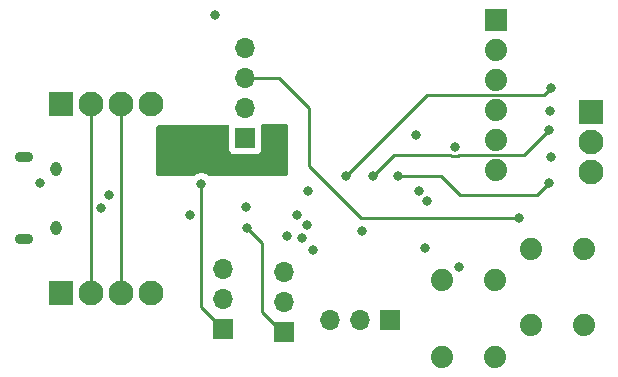
<source format=gbr>
%TF.GenerationSoftware,KiCad,Pcbnew,6.0.11-2627ca5db0~126~ubuntu22.04.1*%
%TF.CreationDate,2023-02-28T15:21:50-05:00*%
%TF.ProjectId,canbus-gpios,63616e62-7573-42d6-9770-696f732e6b69,1.0*%
%TF.SameCoordinates,Original*%
%TF.FileFunction,Copper,L3,Inr*%
%TF.FilePolarity,Positive*%
%FSLAX46Y46*%
G04 Gerber Fmt 4.6, Leading zero omitted, Abs format (unit mm)*
G04 Created by KiCad (PCBNEW 6.0.11-2627ca5db0~126~ubuntu22.04.1) date 2023-02-28 15:21:50*
%MOMM*%
%LPD*%
G01*
G04 APERTURE LIST*
%TA.AperFunction,ComponentPad*%
%ADD10R,2.100000X2.100000*%
%TD*%
%TA.AperFunction,ComponentPad*%
%ADD11C,2.100000*%
%TD*%
%TA.AperFunction,ComponentPad*%
%ADD12R,1.700000X1.700000*%
%TD*%
%TA.AperFunction,ComponentPad*%
%ADD13O,1.700000X1.700000*%
%TD*%
%TA.AperFunction,ComponentPad*%
%ADD14C,1.879600*%
%TD*%
%TA.AperFunction,ComponentPad*%
%ADD15R,1.879600X1.879600*%
%TD*%
%TA.AperFunction,ComponentPad*%
%ADD16O,0.950000X1.250000*%
%TD*%
%TA.AperFunction,ComponentPad*%
%ADD17O,1.550000X0.890000*%
%TD*%
%TA.AperFunction,ViaPad*%
%ADD18C,0.800000*%
%TD*%
%TA.AperFunction,Conductor*%
%ADD19C,0.250000*%
%TD*%
G04 APERTURE END LIST*
D10*
%TO.N,START_RUN*%
%TO.C,J3*%
X104500000Y-78775000D03*
D11*
%TO.N,IGNITION_SENSE*%
X104500000Y-81315000D03*
%TO.N,~{EMERGENCY_STOP}*%
X104500000Y-83855000D03*
%TD*%
D12*
%TO.N,+5V*%
%TO.C,U3*%
X75247300Y-81002600D03*
D13*
%TO.N,GND*%
X75247300Y-78462600D03*
%TO.N,+12V*%
X75247300Y-75922600D03*
%TO.N,unconnected-(U3-Pad4)*%
X75247300Y-73382600D03*
%TD*%
D12*
%TO.N,CAN_RX*%
%TO.C,JP1*%
X73400000Y-97140000D03*
D13*
%TO.N,Net-(JP1-Pad2)*%
X73400000Y-94600000D03*
%TO.N,USB_D-*%
X73400000Y-92060000D03*
%TD*%
D10*
%TO.N,+BATT*%
%TO.C,J5*%
X59625000Y-94100000D03*
D11*
%TO.N,CANH*%
X62165000Y-94100000D03*
%TO.N,CANL*%
X64705000Y-94100000D03*
%TO.N,GND*%
X67245000Y-94100000D03*
%TD*%
D12*
%TO.N,SWDIO*%
%TO.C,J6*%
X87490000Y-96350000D03*
D13*
%TO.N,GND*%
X84950000Y-96350000D03*
%TO.N,SWDCLK*%
X82410000Y-96350000D03*
%TD*%
D14*
%TO.N,+3V3*%
%TO.C,S1*%
X96435600Y-92998800D03*
%TO.N,unconnected-(S1-Pad2)*%
X96435600Y-99501200D03*
%TO.N,Net-(R1-Pad1)*%
X91914400Y-92998800D03*
%TO.N,unconnected-(S1-Pad4)*%
X91914400Y-99501200D03*
%TD*%
D15*
%TO.N,unconnected-(J2-Pad1)*%
%TO.C,J2*%
X96500000Y-70990000D03*
D14*
%TO.N,RXD2*%
X96500000Y-73530000D03*
%TO.N,TXD2*%
X96500000Y-76070000D03*
%TO.N,Net-(J2-Pad4)*%
X96500000Y-78610000D03*
%TO.N,unconnected-(J2-Pad5)*%
X96500000Y-81150000D03*
%TO.N,GND*%
X96500000Y-83690000D03*
%TD*%
D10*
%TO.N,+BATT*%
%TO.C,J4*%
X59660000Y-78075000D03*
D11*
%TO.N,CANH*%
X62200000Y-78075000D03*
%TO.N,CANL*%
X64740000Y-78075000D03*
%TO.N,GND*%
X67280000Y-78075000D03*
%TD*%
D14*
%TO.N,GND*%
%TO.C,S2*%
X103960600Y-90323800D03*
%TO.N,unconnected-(S2-Pad2)*%
X103960600Y-96826200D03*
%TO.N,~{RESET}*%
X99439400Y-90323800D03*
%TO.N,unconnected-(S2-Pad4)*%
X99439400Y-96826200D03*
%TD*%
D16*
%TO.N,GND*%
%TO.C,J1*%
X59210000Y-83550000D03*
D17*
X56510000Y-82550000D03*
X56510000Y-89550000D03*
D16*
X59210000Y-88550000D03*
%TD*%
D12*
%TO.N,CAN_TX*%
%TO.C,JP2*%
X78525000Y-97425000D03*
D13*
%TO.N,Net-(JP2-Pad2)*%
X78525000Y-94885000D03*
%TO.N,USB_D+*%
X78525000Y-92345000D03*
%TD*%
D18*
%TO.N,+3V3*%
X89725000Y-80750000D03*
%TO.N,START_RUN_3V*%
X101150000Y-76700000D03*
%TO.N,+3V3*%
X101075000Y-78700000D03*
%TO.N,IGNITION_SENSE_3V*%
X101000000Y-80300000D03*
%TO.N,+3V3*%
X101100000Y-82550000D03*
%TO.N,EMERGENCY_STOP_3V*%
X101000000Y-84775000D03*
%TO.N,+12V*%
X98425000Y-87750000D03*
%TO.N,START_RUN_3V*%
X83775000Y-84225000D03*
%TO.N,IGNITION_SENSE_3V*%
X86075000Y-84225000D03*
%TO.N,EMERGENCY_STOP_3V*%
X88225000Y-84225000D03*
%TO.N,GND*%
X80450000Y-88350000D03*
X72725000Y-70575000D03*
X93350000Y-91850000D03*
X80600000Y-85425000D03*
X75300000Y-86775000D03*
%TO.N,+3V3*%
X78150000Y-80600000D03*
X85100000Y-88800000D03*
X92999500Y-81725000D03*
X78750000Y-89250000D03*
X68975000Y-82275000D03*
%TO.N,VBUS*%
X57884502Y-84775000D03*
%TO.N,USB_D-*%
X63750000Y-85825000D03*
%TO.N,USB_D+*%
X63050000Y-86875000D03*
%TO.N,CAN_RX*%
X71525000Y-84850000D03*
%TO.N,Net-(JP1-Pad2)*%
X80025000Y-89475000D03*
%TO.N,CAN_TX*%
X75400000Y-88550000D03*
%TO.N,Net-(JP2-Pad2)*%
X80950000Y-90450000D03*
%TO.N,CAN_STBY*%
X70550000Y-87450000D03*
X79650000Y-87500000D03*
%TO.N,TXD2*%
X90600000Y-86275000D03*
%TO.N,RXD2*%
X89990592Y-85482770D03*
%TO.N,~{RESET}*%
X90475000Y-90300000D03*
%TD*%
D19*
%TO.N,IGNITION_SENSE_3V*%
X101000000Y-80300000D02*
X98874800Y-82425200D01*
X98874800Y-82425200D02*
X93324605Y-82425200D01*
X93324605Y-82425200D02*
X93299805Y-82450000D01*
X93299805Y-82450000D02*
X92699195Y-82450000D01*
X92699195Y-82450000D02*
X92674395Y-82425200D01*
X92674395Y-82425200D02*
X87874800Y-82425200D01*
X87874800Y-82425200D02*
X86075000Y-84225000D01*
%TO.N,START_RUN_3V*%
X101150000Y-76700000D02*
X100515200Y-77334800D01*
X100515200Y-77334800D02*
X90665200Y-77334800D01*
X90665200Y-77334800D02*
X83775000Y-84225000D01*
%TO.N,+3V3*%
X101100000Y-82550000D02*
X100975200Y-82425200D01*
%TO.N,EMERGENCY_STOP_3V*%
X101000000Y-84775000D02*
X99950000Y-85825000D01*
X99950000Y-85825000D02*
X93400000Y-85825000D01*
X93400000Y-85825000D02*
X91800000Y-84225000D01*
X91800000Y-84225000D02*
X88225000Y-84225000D01*
%TO.N,+12V*%
X98425000Y-87750000D02*
X85075000Y-87750000D01*
X80650000Y-83325000D02*
X80650000Y-78450000D01*
X85075000Y-87750000D02*
X80650000Y-83325000D01*
X80650000Y-78450000D02*
X78122600Y-75922600D01*
X78122600Y-75922600D02*
X75247300Y-75922600D01*
%TO.N,CANH*%
X62165000Y-78110000D02*
X62200000Y-78075000D01*
X62165000Y-94100000D02*
X62165000Y-78110000D01*
%TO.N,CANL*%
X64705000Y-94100000D02*
X64705000Y-78110000D01*
X64705000Y-78110000D02*
X64740000Y-78075000D01*
%TO.N,CAN_RX*%
X71525000Y-95265000D02*
X73400000Y-97140000D01*
X71525000Y-84850000D02*
X71525000Y-95265000D01*
%TO.N,CAN_TX*%
X76700000Y-95725000D02*
X78400000Y-97425000D01*
X78400000Y-97425000D02*
X78525000Y-97425000D01*
X76700000Y-89850000D02*
X76700000Y-95725000D01*
X75400000Y-88550000D02*
X76700000Y-89850000D01*
%TD*%
%TA.AperFunction,Conductor*%
%TO.N,+3V3*%
G36*
X78791165Y-79820532D02*
G01*
X78838139Y-79873768D01*
X78850000Y-79927138D01*
X78850000Y-84024000D01*
X78829998Y-84092121D01*
X78776342Y-84138614D01*
X78724000Y-84150000D01*
X72148105Y-84150000D01*
X72074044Y-84125936D01*
X71987094Y-84062763D01*
X71987093Y-84062762D01*
X71981752Y-84058882D01*
X71975724Y-84056198D01*
X71975722Y-84056197D01*
X71813319Y-83983891D01*
X71813318Y-83983891D01*
X71807288Y-83981206D01*
X71713887Y-83961353D01*
X71626944Y-83942872D01*
X71626939Y-83942872D01*
X71620487Y-83941500D01*
X71429513Y-83941500D01*
X71423061Y-83942872D01*
X71423056Y-83942872D01*
X71336113Y-83961353D01*
X71242712Y-83981206D01*
X71236682Y-83983891D01*
X71236681Y-83983891D01*
X71074278Y-84056197D01*
X71074276Y-84056198D01*
X71068248Y-84058882D01*
X71062907Y-84062762D01*
X71062906Y-84062763D01*
X70975956Y-84125936D01*
X70901895Y-84150000D01*
X67851000Y-84150000D01*
X67782879Y-84129998D01*
X67736386Y-84076342D01*
X67725000Y-84024000D01*
X67725000Y-80024873D01*
X67745002Y-79956752D01*
X67798658Y-79910259D01*
X67849867Y-79898878D01*
X70256931Y-79877241D01*
X73786393Y-79845516D01*
X73854689Y-79864904D01*
X73901663Y-79918140D01*
X73912398Y-79988320D01*
X73905506Y-80015739D01*
X73895555Y-80042284D01*
X73888800Y-80104466D01*
X73888800Y-81900734D01*
X73895555Y-81962916D01*
X73946685Y-82099305D01*
X74034039Y-82215861D01*
X74150595Y-82303215D01*
X74286984Y-82354345D01*
X74349166Y-82361100D01*
X76145434Y-82361100D01*
X76207616Y-82354345D01*
X76344005Y-82303215D01*
X76460561Y-82215861D01*
X76547915Y-82099305D01*
X76599045Y-81962916D01*
X76605800Y-81900734D01*
X76605800Y-80104466D01*
X76599045Y-80042284D01*
X76579289Y-79989585D01*
X76574106Y-79918779D01*
X76608026Y-79856410D01*
X76670281Y-79822281D01*
X76696138Y-79819361D01*
X78722867Y-79801143D01*
X78791165Y-79820532D01*
G37*
%TD.AperFunction*%
%TD*%
M02*

</source>
